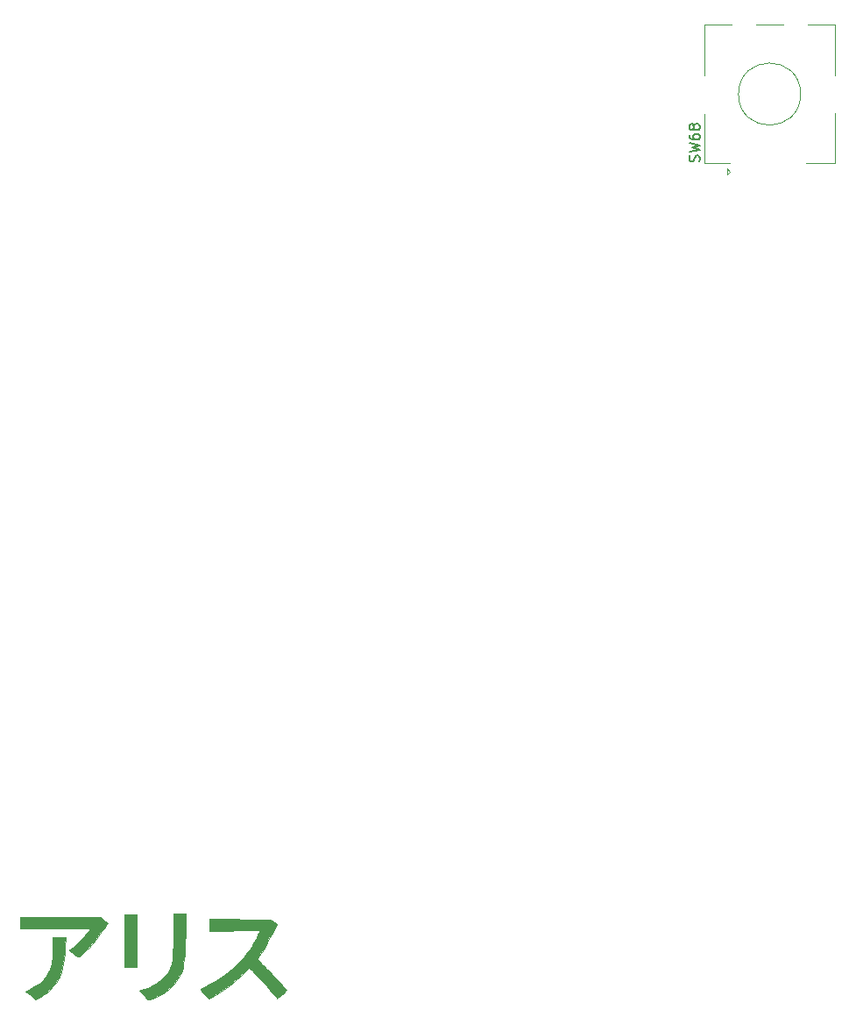
<source format=gto>
G04 #@! TF.GenerationSoftware,KiCad,Pcbnew,(5.1.12)-1*
G04 #@! TF.CreationDate,2022-03-31T17:27:16+05:30*
G04 #@! TF.ProjectId,arisu,61726973-752e-46b6-9963-61645f706362,1.1*
G04 #@! TF.SameCoordinates,Original*
G04 #@! TF.FileFunction,Legend,Top*
G04 #@! TF.FilePolarity,Positive*
%FSLAX46Y46*%
G04 Gerber Fmt 4.6, Leading zero omitted, Abs format (unit mm)*
G04 Created by KiCad (PCBNEW (5.1.12)-1) date 2022-03-31 17:27:16*
%MOMM*%
%LPD*%
G01*
G04 APERTURE LIST*
%ADD10C,0.120000*%
%ADD11C,0.010000*%
%ADD12C,0.150000*%
%ADD13C,1.302000*%
%ADD14C,2.102000*%
%ADD15O,2.602000X3.102000*%
%ADD16C,0.752000*%
%ADD17O,1.102000X2.202000*%
%ADD18O,1.102000X1.702000*%
%ADD19C,3.152000*%
%ADD20C,4.102000*%
%ADD21C,1.802000*%
%ADD22C,2.302000*%
%ADD23C,4.502000*%
G04 APERTURE END LIST*
D10*
X349506800Y-33989200D02*
G75*
G03*
X349506800Y-33989200I-3000000J0D01*
G01*
X340206800Y-32189200D02*
X340206800Y-27289200D01*
X352806800Y-27289200D02*
X352806800Y-32189200D01*
X352806800Y-35789200D02*
X352806800Y-40689200D01*
X352806800Y-40689200D02*
X350006800Y-40689200D01*
X340206800Y-35889200D02*
X340206800Y-40689200D01*
X340206800Y-40689200D02*
X342706800Y-40689200D01*
X342706800Y-41489200D02*
X342406800Y-41789200D01*
X342406800Y-41789200D02*
X342406800Y-41189200D01*
X342406800Y-41189200D02*
X342706800Y-41489200D01*
X340206800Y-27289200D02*
X342806800Y-27289200D01*
X345206800Y-27289200D02*
X347806800Y-27289200D01*
X350206800Y-27289200D02*
X352806800Y-27289200D01*
X346006800Y-33989200D02*
X347006800Y-33989200D01*
X346506800Y-34489200D02*
X346506800Y-33489200D01*
D11*
G36*
X290066873Y-114342151D02*
G01*
X290061469Y-115156259D01*
X290046417Y-115876421D01*
X290021036Y-116509895D01*
X289984647Y-117063938D01*
X289936569Y-117545807D01*
X289876121Y-117962760D01*
X289802625Y-118322055D01*
X289715399Y-118630949D01*
X289647481Y-118816939D01*
X289370698Y-119367599D01*
X289004724Y-119873907D01*
X288553494Y-120332137D01*
X288020940Y-120738567D01*
X287410997Y-121089470D01*
X287091493Y-121237258D01*
X286839750Y-121345468D01*
X286658891Y-121413151D01*
X286524630Y-121435352D01*
X286412684Y-121407118D01*
X286298767Y-121323493D01*
X286158594Y-121179525D01*
X286010458Y-121016725D01*
X285593390Y-120559883D01*
X286022427Y-120429018D01*
X286429986Y-120283210D01*
X286845926Y-120096299D01*
X287237228Y-119885027D01*
X287570873Y-119666134D01*
X287655000Y-119601312D01*
X287909867Y-119366146D01*
X288157653Y-119084612D01*
X288376076Y-118785783D01*
X288542855Y-118498731D01*
X288600164Y-118368051D01*
X288663696Y-118195416D01*
X288716494Y-118035896D01*
X288759551Y-117878130D01*
X288793865Y-117710759D01*
X288820431Y-117522423D01*
X288840246Y-117301763D01*
X288854304Y-117037417D01*
X288863601Y-116718028D01*
X288869134Y-116332234D01*
X288871899Y-115868677D01*
X288872890Y-115315995D01*
X288872930Y-115256555D01*
X288874200Y-113135660D01*
X289471100Y-113135655D01*
X290068000Y-113135651D01*
X290066873Y-114342151D01*
G37*
X290066873Y-114342151D02*
X290061469Y-115156259D01*
X290046417Y-115876421D01*
X290021036Y-116509895D01*
X289984647Y-117063938D01*
X289936569Y-117545807D01*
X289876121Y-117962760D01*
X289802625Y-118322055D01*
X289715399Y-118630949D01*
X289647481Y-118816939D01*
X289370698Y-119367599D01*
X289004724Y-119873907D01*
X288553494Y-120332137D01*
X288020940Y-120738567D01*
X287410997Y-121089470D01*
X287091493Y-121237258D01*
X286839750Y-121345468D01*
X286658891Y-121413151D01*
X286524630Y-121435352D01*
X286412684Y-121407118D01*
X286298767Y-121323493D01*
X286158594Y-121179525D01*
X286010458Y-121016725D01*
X285593390Y-120559883D01*
X286022427Y-120429018D01*
X286429986Y-120283210D01*
X286845926Y-120096299D01*
X287237228Y-119885027D01*
X287570873Y-119666134D01*
X287655000Y-119601312D01*
X287909867Y-119366146D01*
X288157653Y-119084612D01*
X288376076Y-118785783D01*
X288542855Y-118498731D01*
X288600164Y-118368051D01*
X288663696Y-118195416D01*
X288716494Y-118035896D01*
X288759551Y-117878130D01*
X288793865Y-117710759D01*
X288820431Y-117522423D01*
X288840246Y-117301763D01*
X288854304Y-117037417D01*
X288863601Y-116718028D01*
X288869134Y-116332234D01*
X288871899Y-115868677D01*
X288872890Y-115315995D01*
X288872930Y-115256555D01*
X288874200Y-113135660D01*
X289471100Y-113135655D01*
X290068000Y-113135651D01*
X290066873Y-114342151D01*
G36*
X278418169Y-116323351D02*
G01*
X278385804Y-116956990D01*
X278335766Y-117506323D01*
X278264720Y-117987626D01*
X278169327Y-118417177D01*
X278046251Y-118811253D01*
X277892156Y-119186131D01*
X277787201Y-119401279D01*
X277544365Y-119796267D01*
X277227811Y-120193611D01*
X276861302Y-120567032D01*
X276468602Y-120890249D01*
X276391476Y-120944858D01*
X276203526Y-121069428D01*
X276008273Y-121190849D01*
X275827051Y-121296785D01*
X275681194Y-121374897D01*
X275592034Y-121412849D01*
X275579323Y-121414540D01*
X275536573Y-121383868D01*
X275430900Y-121301403D01*
X275278079Y-121179611D01*
X275093883Y-121030961D01*
X275088418Y-121026526D01*
X274612236Y-120640023D01*
X274973567Y-120472658D01*
X275483798Y-120196916D01*
X275943466Y-119869695D01*
X276339036Y-119503136D01*
X276656972Y-119109383D01*
X276837950Y-118800233D01*
X276960065Y-118536147D01*
X277054856Y-118289635D01*
X277125654Y-118041682D01*
X277175792Y-117773270D01*
X277208604Y-117465383D01*
X277227420Y-117099005D01*
X277235573Y-116655119D01*
X277236349Y-116526704D01*
X277241000Y-115421957D01*
X277845892Y-115421804D01*
X278450785Y-115421651D01*
X278418169Y-116323351D01*
G37*
X278418169Y-116323351D02*
X278385804Y-116956990D01*
X278335766Y-117506323D01*
X278264720Y-117987626D01*
X278169327Y-118417177D01*
X278046251Y-118811253D01*
X277892156Y-119186131D01*
X277787201Y-119401279D01*
X277544365Y-119796267D01*
X277227811Y-120193611D01*
X276861302Y-120567032D01*
X276468602Y-120890249D01*
X276391476Y-120944858D01*
X276203526Y-121069428D01*
X276008273Y-121190849D01*
X275827051Y-121296785D01*
X275681194Y-121374897D01*
X275592034Y-121412849D01*
X275579323Y-121414540D01*
X275536573Y-121383868D01*
X275430900Y-121301403D01*
X275278079Y-121179611D01*
X275093883Y-121030961D01*
X275088418Y-121026526D01*
X274612236Y-120640023D01*
X274973567Y-120472658D01*
X275483798Y-120196916D01*
X275943466Y-119869695D01*
X276339036Y-119503136D01*
X276656972Y-119109383D01*
X276837950Y-118800233D01*
X276960065Y-118536147D01*
X277054856Y-118289635D01*
X277125654Y-118041682D01*
X277175792Y-117773270D01*
X277208604Y-117465383D01*
X277227420Y-117099005D01*
X277235573Y-116655119D01*
X277236349Y-116526704D01*
X277241000Y-115421957D01*
X277845892Y-115421804D01*
X278450785Y-115421651D01*
X278418169Y-116323351D01*
G36*
X298296701Y-113687331D02*
G01*
X298594365Y-113896131D01*
X298892030Y-114104931D01*
X298353515Y-115182494D01*
X298173070Y-115534133D01*
X297978295Y-115897539D01*
X297782782Y-116248446D01*
X297600123Y-116562584D01*
X297443912Y-116815687D01*
X297408604Y-116869554D01*
X297262784Y-117088934D01*
X297137956Y-117278026D01*
X297044605Y-117420849D01*
X296993216Y-117501420D01*
X296986824Y-117512491D01*
X297017362Y-117555656D01*
X297111320Y-117659758D01*
X297259212Y-117814973D01*
X297451554Y-118011476D01*
X297678859Y-118239441D01*
X297894183Y-118452291D01*
X298195504Y-118751701D01*
X298494819Y-119055451D01*
X298783588Y-119354295D01*
X299053270Y-119638988D01*
X299295322Y-119900288D01*
X299501204Y-120128949D01*
X299662375Y-120315726D01*
X299770294Y-120451377D01*
X299816419Y-120526655D01*
X299817456Y-120533924D01*
X299779165Y-120584391D01*
X299681178Y-120681940D01*
X299542792Y-120809753D01*
X299383303Y-120951014D01*
X299222008Y-121088909D01*
X299078202Y-121206620D01*
X298971182Y-121287331D01*
X298921809Y-121314451D01*
X298875627Y-121276983D01*
X298778829Y-121173958D01*
X298643908Y-121019444D01*
X298483355Y-120827510D01*
X298414382Y-120742951D01*
X298163492Y-120441587D01*
X297876760Y-120111147D01*
X297570984Y-119769856D01*
X297262960Y-119435942D01*
X296969485Y-119127631D01*
X296707357Y-118863149D01*
X296505885Y-118671997D01*
X296212770Y-118406801D01*
X295616885Y-118984948D01*
X294948975Y-119588319D01*
X294236375Y-120149588D01*
X293502562Y-120651760D01*
X292771010Y-121077838D01*
X292613987Y-121159028D01*
X292319584Y-121307642D01*
X291904992Y-120890885D01*
X291741622Y-120724216D01*
X291608577Y-120583824D01*
X291520127Y-120485093D01*
X291490400Y-120444057D01*
X291533469Y-120412234D01*
X291652038Y-120344752D01*
X291830150Y-120250203D01*
X292051846Y-120137181D01*
X292163500Y-120081634D01*
X292953912Y-119647014D01*
X293724004Y-119137500D01*
X294457269Y-118566876D01*
X295137205Y-117948925D01*
X295747307Y-117297429D01*
X296227506Y-116687584D01*
X296353779Y-116499772D01*
X296497729Y-116266939D01*
X296650166Y-116006164D01*
X296801904Y-115734524D01*
X296943752Y-115469097D01*
X297066521Y-115226963D01*
X297161024Y-115025200D01*
X297218072Y-114880886D01*
X297230800Y-114822838D01*
X297221044Y-114804924D01*
X297186179Y-114790390D01*
X297117809Y-114779064D01*
X297007535Y-114770775D01*
X296846962Y-114765353D01*
X296627691Y-114762626D01*
X296341326Y-114762423D01*
X295979470Y-114764575D01*
X295533726Y-114768909D01*
X294995696Y-114775255D01*
X294932100Y-114776049D01*
X294454788Y-114782754D01*
X294005988Y-114790448D01*
X293596491Y-114798848D01*
X293237088Y-114807666D01*
X292938569Y-114816620D01*
X292711726Y-114825423D01*
X292567349Y-114833791D01*
X292519100Y-114839778D01*
X292470725Y-114851619D01*
X292438385Y-114841336D01*
X292418851Y-114792887D01*
X292408896Y-114690236D01*
X292405290Y-114517342D01*
X292404807Y-114271875D01*
X292404815Y-113669051D01*
X298296701Y-113687331D01*
G37*
X298296701Y-113687331D02*
X298594365Y-113896131D01*
X298892030Y-114104931D01*
X298353515Y-115182494D01*
X298173070Y-115534133D01*
X297978295Y-115897539D01*
X297782782Y-116248446D01*
X297600123Y-116562584D01*
X297443912Y-116815687D01*
X297408604Y-116869554D01*
X297262784Y-117088934D01*
X297137956Y-117278026D01*
X297044605Y-117420849D01*
X296993216Y-117501420D01*
X296986824Y-117512491D01*
X297017362Y-117555656D01*
X297111320Y-117659758D01*
X297259212Y-117814973D01*
X297451554Y-118011476D01*
X297678859Y-118239441D01*
X297894183Y-118452291D01*
X298195504Y-118751701D01*
X298494819Y-119055451D01*
X298783588Y-119354295D01*
X299053270Y-119638988D01*
X299295322Y-119900288D01*
X299501204Y-120128949D01*
X299662375Y-120315726D01*
X299770294Y-120451377D01*
X299816419Y-120526655D01*
X299817456Y-120533924D01*
X299779165Y-120584391D01*
X299681178Y-120681940D01*
X299542792Y-120809753D01*
X299383303Y-120951014D01*
X299222008Y-121088909D01*
X299078202Y-121206620D01*
X298971182Y-121287331D01*
X298921809Y-121314451D01*
X298875627Y-121276983D01*
X298778829Y-121173958D01*
X298643908Y-121019444D01*
X298483355Y-120827510D01*
X298414382Y-120742951D01*
X298163492Y-120441587D01*
X297876760Y-120111147D01*
X297570984Y-119769856D01*
X297262960Y-119435942D01*
X296969485Y-119127631D01*
X296707357Y-118863149D01*
X296505885Y-118671997D01*
X296212770Y-118406801D01*
X295616885Y-118984948D01*
X294948975Y-119588319D01*
X294236375Y-120149588D01*
X293502562Y-120651760D01*
X292771010Y-121077838D01*
X292613987Y-121159028D01*
X292319584Y-121307642D01*
X291904992Y-120890885D01*
X291741622Y-120724216D01*
X291608577Y-120583824D01*
X291520127Y-120485093D01*
X291490400Y-120444057D01*
X291533469Y-120412234D01*
X291652038Y-120344752D01*
X291830150Y-120250203D01*
X292051846Y-120137181D01*
X292163500Y-120081634D01*
X292953912Y-119647014D01*
X293724004Y-119137500D01*
X294457269Y-118566876D01*
X295137205Y-117948925D01*
X295747307Y-117297429D01*
X296227506Y-116687584D01*
X296353779Y-116499772D01*
X296497729Y-116266939D01*
X296650166Y-116006164D01*
X296801904Y-115734524D01*
X296943752Y-115469097D01*
X297066521Y-115226963D01*
X297161024Y-115025200D01*
X297218072Y-114880886D01*
X297230800Y-114822838D01*
X297221044Y-114804924D01*
X297186179Y-114790390D01*
X297117809Y-114779064D01*
X297007535Y-114770775D01*
X296846962Y-114765353D01*
X296627691Y-114762626D01*
X296341326Y-114762423D01*
X295979470Y-114764575D01*
X295533726Y-114768909D01*
X294995696Y-114775255D01*
X294932100Y-114776049D01*
X294454788Y-114782754D01*
X294005988Y-114790448D01*
X293596491Y-114798848D01*
X293237088Y-114807666D01*
X292938569Y-114816620D01*
X292711726Y-114825423D01*
X292567349Y-114833791D01*
X292519100Y-114839778D01*
X292470725Y-114851619D01*
X292438385Y-114841336D01*
X292418851Y-114792887D01*
X292408896Y-114690236D01*
X292405290Y-114517342D01*
X292404807Y-114271875D01*
X292404815Y-113669051D01*
X298296701Y-113687331D01*
G36*
X285369000Y-118266451D02*
G01*
X284784800Y-118266452D01*
X284200600Y-118266454D01*
X284200600Y-113237254D01*
X284784800Y-113237252D01*
X285369000Y-113237251D01*
X285369000Y-118266451D01*
G37*
X285369000Y-118266451D02*
X284784800Y-118266452D01*
X284200600Y-118266454D01*
X284200600Y-113237254D01*
X284784800Y-113237252D01*
X285369000Y-113237251D01*
X285369000Y-118266451D01*
G36*
X278015690Y-113474821D02*
G01*
X281914600Y-113483792D01*
X282231967Y-113772478D01*
X282549335Y-114061164D01*
X282405208Y-114246107D01*
X282313405Y-114370479D01*
X282186981Y-114550323D01*
X282046663Y-114755910D01*
X281975265Y-114862851D01*
X281470164Y-115566094D01*
X280920223Y-116211282D01*
X280739149Y-116402199D01*
X280514942Y-116626113D01*
X280292309Y-116835915D01*
X280084937Y-117019900D01*
X279906513Y-117166362D01*
X279770726Y-117263595D01*
X279691264Y-117299893D01*
X279689462Y-117299912D01*
X279626068Y-117269072D01*
X279504772Y-117187160D01*
X279345630Y-117068252D01*
X279237108Y-116982412D01*
X279071163Y-116845761D01*
X278939628Y-116732433D01*
X278859637Y-116657481D01*
X278843408Y-116636594D01*
X278881084Y-116595460D01*
X278982205Y-116515421D01*
X279125323Y-116413392D01*
X279133230Y-116407994D01*
X279336920Y-116252008D01*
X279581849Y-116037970D01*
X279847033Y-115786912D01*
X280111490Y-115519863D01*
X280354236Y-115257853D01*
X280554288Y-115021912D01*
X280664928Y-114872875D01*
X280880619Y-114552700D01*
X277498692Y-114568075D01*
X274116765Y-114583451D01*
X274116772Y-114024651D01*
X274116780Y-113465851D01*
X278015690Y-113474821D01*
G37*
X278015690Y-113474821D02*
X281914600Y-113483792D01*
X282231967Y-113772478D01*
X282549335Y-114061164D01*
X282405208Y-114246107D01*
X282313405Y-114370479D01*
X282186981Y-114550323D01*
X282046663Y-114755910D01*
X281975265Y-114862851D01*
X281470164Y-115566094D01*
X280920223Y-116211282D01*
X280739149Y-116402199D01*
X280514942Y-116626113D01*
X280292309Y-116835915D01*
X280084937Y-117019900D01*
X279906513Y-117166362D01*
X279770726Y-117263595D01*
X279691264Y-117299893D01*
X279689462Y-117299912D01*
X279626068Y-117269072D01*
X279504772Y-117187160D01*
X279345630Y-117068252D01*
X279237108Y-116982412D01*
X279071163Y-116845761D01*
X278939628Y-116732433D01*
X278859637Y-116657481D01*
X278843408Y-116636594D01*
X278881084Y-116595460D01*
X278982205Y-116515421D01*
X279125323Y-116413392D01*
X279133230Y-116407994D01*
X279336920Y-116252008D01*
X279581849Y-116037970D01*
X279847033Y-115786912D01*
X280111490Y-115519863D01*
X280354236Y-115257853D01*
X280554288Y-115021912D01*
X280664928Y-114872875D01*
X280880619Y-114552700D01*
X277498692Y-114568075D01*
X274116765Y-114583451D01*
X274116772Y-114024651D01*
X274116780Y-113465851D01*
X278015690Y-113474821D01*
D12*
X339711561Y-40498723D02*
X339759180Y-40355866D01*
X339759180Y-40117771D01*
X339711561Y-40022533D01*
X339663942Y-39974914D01*
X339568704Y-39927295D01*
X339473466Y-39927295D01*
X339378228Y-39974914D01*
X339330609Y-40022533D01*
X339282990Y-40117771D01*
X339235371Y-40308247D01*
X339187752Y-40403485D01*
X339140133Y-40451104D01*
X339044895Y-40498723D01*
X338949657Y-40498723D01*
X338854419Y-40451104D01*
X338806800Y-40403485D01*
X338759180Y-40308247D01*
X338759180Y-40070152D01*
X338806800Y-39927295D01*
X338759180Y-39593961D02*
X339759180Y-39355866D01*
X339044895Y-39165390D01*
X339759180Y-38974914D01*
X338759180Y-38736819D01*
X338759180Y-37927295D02*
X338759180Y-38117771D01*
X338806800Y-38213009D01*
X338854419Y-38260628D01*
X338997276Y-38355866D01*
X339187752Y-38403485D01*
X339568704Y-38403485D01*
X339663942Y-38355866D01*
X339711561Y-38308247D01*
X339759180Y-38213009D01*
X339759180Y-38022533D01*
X339711561Y-37927295D01*
X339663942Y-37879676D01*
X339568704Y-37832057D01*
X339330609Y-37832057D01*
X339235371Y-37879676D01*
X339187752Y-37927295D01*
X339140133Y-38022533D01*
X339140133Y-38213009D01*
X339187752Y-38308247D01*
X339235371Y-38355866D01*
X339330609Y-38403485D01*
X339187752Y-37260628D02*
X339140133Y-37355866D01*
X339092514Y-37403485D01*
X338997276Y-37451104D01*
X338949657Y-37451104D01*
X338854419Y-37403485D01*
X338806800Y-37355866D01*
X338759180Y-37260628D01*
X338759180Y-37070152D01*
X338806800Y-36974914D01*
X338854419Y-36927295D01*
X338949657Y-36879676D01*
X338997276Y-36879676D01*
X339092514Y-36927295D01*
X339140133Y-36974914D01*
X339187752Y-37070152D01*
X339187752Y-37260628D01*
X339235371Y-37355866D01*
X339282990Y-37403485D01*
X339378228Y-37451104D01*
X339568704Y-37451104D01*
X339663942Y-37403485D01*
X339711561Y-37355866D01*
X339759180Y-37260628D01*
X339759180Y-37070152D01*
X339711561Y-36974914D01*
X339663942Y-36927295D01*
X339568704Y-36879676D01*
X339378228Y-36879676D01*
X339282990Y-36927295D01*
X339235371Y-36974914D01*
X339187752Y-37070152D01*
%LPC*%
D13*
X175564800Y-42164000D03*
G36*
G01*
X345006800Y-42540200D02*
X343006800Y-42540200D01*
G75*
G02*
X342955800Y-42489200I0J51000D01*
G01*
X342955800Y-40489200D01*
G75*
G02*
X343006800Y-40438200I51000J0D01*
G01*
X345006800Y-40438200D01*
G75*
G02*
X345057800Y-40489200I0J-51000D01*
G01*
X345057800Y-42489200D01*
G75*
G02*
X345006800Y-42540200I-51000J0D01*
G01*
G37*
D14*
X346506800Y-41489200D03*
X349006800Y-41489200D03*
D15*
X340906800Y-33989200D03*
X352106800Y-33989200D03*
D14*
X344006800Y-26989200D03*
X349006800Y-26989200D03*
D16*
X171181280Y-29084600D03*
D17*
X169751280Y-29614600D03*
D18*
X169751280Y-25434600D03*
X178391280Y-25434600D03*
D17*
X178391280Y-29614600D03*
D16*
X176961280Y-29084600D03*
D19*
X331156250Y-83820000D03*
X307356250Y-83820000D03*
D20*
X307356250Y-68580000D03*
X331156250Y-68580000D03*
D21*
X324336250Y-76820000D03*
X314176250Y-76820000D03*
D20*
X319256250Y-76820000D03*
D22*
X315446250Y-74280000D03*
X321796250Y-71740000D03*
D19*
X225514604Y-130744422D03*
X202234691Y-135692720D03*
D20*
X199066117Y-120785751D03*
X222346030Y-115837453D03*
D21*
X217388255Y-125315347D03*
X207450276Y-127427729D03*
D20*
X212419266Y-126371538D03*
D22*
X208164428Y-124679187D03*
X213847569Y-120874453D03*
D19*
X141797364Y-134208124D03*
X118517451Y-129259826D03*
D20*
X121686025Y-114352856D03*
X144965938Y-119301154D03*
D21*
X136581779Y-125943133D03*
X126643799Y-123830750D03*
D20*
X131612789Y-124886942D03*
D22*
X128414142Y-121610303D03*
X135153475Y-120446047D03*
D19*
X58743750Y-88870000D03*
X34943750Y-88870000D03*
D20*
X34943750Y-104110000D03*
X58743750Y-104110000D03*
D21*
X51923750Y-95870000D03*
X41763750Y-95870000D03*
D20*
X46843750Y-95870000D03*
D22*
X43033750Y-93330000D03*
X49383750Y-90790000D03*
D21*
X51336250Y-76820000D03*
X41176250Y-76820000D03*
D20*
X46256250Y-76820000D03*
D22*
X42446250Y-74280000D03*
X48796250Y-71740000D03*
D21*
X310048769Y-95869998D03*
X299888769Y-95869998D03*
D20*
X304968769Y-95869998D03*
D22*
X301158769Y-93329998D03*
X307508769Y-90789998D03*
D21*
X53020000Y-57770000D03*
X42860000Y-57770000D03*
D20*
X47940000Y-57770000D03*
D22*
X44130000Y-55230000D03*
X50480000Y-52690000D03*
D21*
X44790000Y-114920000D03*
X34630000Y-114920000D03*
D20*
X39710000Y-114920000D03*
D22*
X35900000Y-112380000D03*
X42250000Y-109840000D03*
D21*
X103972788Y-119011881D03*
X94034808Y-116899498D03*
D20*
X99003798Y-117955689D03*
D22*
X95805151Y-114679051D03*
X102544484Y-113514795D03*
D21*
X256984892Y-116898834D03*
X247046912Y-119011217D03*
D20*
X252015902Y-117955026D03*
D22*
X247761064Y-116262674D03*
X253444205Y-112457940D03*
D21*
X327210000Y-57770000D03*
X317050000Y-57770000D03*
D20*
X322130000Y-57770000D03*
D22*
X318320000Y-55230000D03*
X324670000Y-52690000D03*
X49880000Y-33640000D03*
X43530000Y-36180000D03*
D20*
X47340000Y-38720000D03*
D21*
X42260000Y-38720000D03*
X52420000Y-38720000D03*
D22*
X68930000Y-33640000D03*
X62580000Y-36180000D03*
D20*
X66390000Y-38720000D03*
D21*
X61310000Y-38720000D03*
X71470000Y-38720000D03*
D22*
X74290000Y-52690000D03*
X67940000Y-55230000D03*
D20*
X71750000Y-57770000D03*
D21*
X66670000Y-57770000D03*
X76830000Y-57770000D03*
D22*
X74990000Y-71740000D03*
X68640000Y-74280000D03*
D20*
X72450000Y-76820000D03*
D21*
X67370000Y-76820000D03*
X77530000Y-76820000D03*
D22*
X80340000Y-90790000D03*
X73990000Y-93330000D03*
D20*
X77800000Y-95870000D03*
D21*
X72720000Y-95870000D03*
X82880000Y-95870000D03*
D22*
X87980000Y-32139615D03*
X81630000Y-34679615D03*
D20*
X85440000Y-37219615D03*
D21*
X80360000Y-37219615D03*
X90520000Y-37219615D03*
D22*
X95793034Y-53652945D03*
X89053701Y-54817200D03*
D20*
X92252348Y-58093839D03*
D21*
X87283358Y-57037647D03*
X97221338Y-59150030D03*
D22*
X96490701Y-73276838D03*
X89751368Y-74441093D03*
D20*
X92950015Y-77717732D03*
D21*
X87981025Y-76661540D03*
X97919005Y-78773923D03*
D22*
X101846783Y-93890907D03*
X95107450Y-95055162D03*
D20*
X98306097Y-98331801D03*
D21*
X93337107Y-97275609D03*
X103275087Y-99387992D03*
D22*
X109070692Y-36999602D03*
X102331359Y-38163857D03*
D20*
X105530006Y-41440496D03*
D21*
X100561016Y-40384304D03*
X110498996Y-42496687D03*
D22*
X114426744Y-57613671D03*
X107687411Y-58777926D03*
D20*
X110886058Y-62054565D03*
D21*
X105917068Y-60998373D03*
X115855048Y-63110756D03*
D22*
X115124411Y-77237565D03*
X108385078Y-78401820D03*
D20*
X111583725Y-81678459D03*
D21*
X106614735Y-80622267D03*
X116552715Y-82734650D03*
D22*
X120480493Y-97851633D03*
X113741160Y-99015888D03*
D20*
X116939807Y-102292527D03*
D21*
X111970817Y-101236335D03*
X121908797Y-103348718D03*
D22*
X127704403Y-40960320D03*
X120965070Y-42124575D03*
D20*
X124163717Y-45401214D03*
D21*
X119194727Y-44345022D03*
X129132707Y-46457405D03*
D22*
X133060454Y-61574398D03*
X126321121Y-62738653D03*
D20*
X129519768Y-66015292D03*
D21*
X124550778Y-64959100D03*
X134488758Y-67071483D03*
D22*
X133758121Y-81198292D03*
X127018788Y-82362547D03*
D20*
X130217435Y-85639186D03*
D21*
X125248445Y-84582994D03*
X135186425Y-86695377D03*
D22*
X139114202Y-101812360D03*
X132374869Y-102976615D03*
D20*
X135573516Y-106253254D03*
D21*
X130604526Y-105197062D03*
X140542506Y-107309445D03*
D22*
X146338115Y-44921038D03*
X139598782Y-46085293D03*
D20*
X142797429Y-49361932D03*
D21*
X137828439Y-48305740D03*
X147766419Y-50418123D03*
D22*
X151694164Y-65535125D03*
X144954831Y-66699380D03*
D20*
X148153478Y-69976019D03*
D21*
X143184488Y-68919827D03*
X153122468Y-71032210D03*
D22*
X152391831Y-85159019D03*
X145652498Y-86323274D03*
D20*
X148851145Y-89599913D03*
D21*
X143882155Y-88543721D03*
X153820135Y-90656104D03*
D22*
X157747912Y-105773087D03*
X151008579Y-106937342D03*
D20*
X154207226Y-110213981D03*
D21*
X149238236Y-109157789D03*
X159176216Y-111270172D03*
D22*
X163104049Y-126387116D03*
X156364716Y-127551371D03*
D20*
X159563363Y-130828010D03*
D21*
X154594373Y-129771818D03*
X164532353Y-131884201D03*
D22*
X164971827Y-48881755D03*
X158232494Y-50046010D03*
D20*
X161431141Y-53322649D03*
D21*
X156462151Y-52266457D03*
X166400131Y-54378840D03*
D22*
X185660941Y-68438939D03*
X179977800Y-72243673D03*
D20*
X184232638Y-73936024D03*
D21*
X179263648Y-74992215D03*
X189201628Y-72879833D03*
D22*
X194280062Y-86082491D03*
X188596921Y-89887225D03*
D20*
X192851759Y-91579576D03*
D21*
X187882769Y-92635767D03*
X197820749Y-90523385D03*
D22*
X202899183Y-103726043D03*
X197216042Y-107530777D03*
D20*
X201470880Y-109223128D03*
D21*
X196501890Y-110279319D03*
X206439870Y-108166937D03*
D22*
X191017168Y-47824840D03*
X185334027Y-51629574D03*
D20*
X189588865Y-53321925D03*
D21*
X184619875Y-54378116D03*
X194557855Y-52265734D03*
D22*
X204294652Y-64478221D03*
X198611511Y-68282955D03*
D20*
X202866349Y-69975306D03*
D21*
X197897359Y-71031497D03*
X207835339Y-68919115D03*
D22*
X212913773Y-82121773D03*
X207230632Y-85926507D03*
D20*
X211485470Y-87618858D03*
D21*
X206516480Y-88675049D03*
X216454460Y-86562667D03*
D22*
X221532895Y-99765325D03*
X215849754Y-103570059D03*
D20*
X220104592Y-105262410D03*
D21*
X215135602Y-106318601D03*
X225073582Y-104206219D03*
D22*
X209650880Y-43864122D03*
X203967739Y-47668856D03*
D20*
X208222577Y-49361207D03*
D21*
X203253587Y-50417398D03*
X213191567Y-48305016D03*
D22*
X222928364Y-60517504D03*
X217245223Y-64322238D03*
D20*
X221500061Y-66014589D03*
D21*
X216531071Y-67070780D03*
X226469051Y-64958398D03*
D22*
X231547485Y-78161056D03*
X225864344Y-81965790D03*
D20*
X230119182Y-83658141D03*
D21*
X225150192Y-84714332D03*
X235088172Y-82601950D03*
D22*
X240166606Y-95804608D03*
X234483465Y-99609342D03*
D20*
X238738303Y-101301693D03*
D21*
X233769313Y-102357884D03*
X243707293Y-100245502D03*
D22*
X228284592Y-39903405D03*
X222601451Y-43708139D03*
D20*
X226856289Y-45400490D03*
D21*
X221887299Y-46456681D03*
X231825279Y-44344299D03*
D22*
X241562076Y-56556786D03*
X235878935Y-60361520D03*
D20*
X240133773Y-62053871D03*
D21*
X235164783Y-63110062D03*
X245102763Y-60997680D03*
D22*
X250181197Y-74200338D03*
X244498056Y-78005072D03*
D20*
X248752894Y-79697423D03*
D21*
X243783904Y-80753614D03*
X253721884Y-78641232D03*
D22*
X258800318Y-91843890D03*
X253117177Y-95648624D03*
D20*
X257372015Y-97340975D03*
D21*
X252403025Y-98397166D03*
X262341005Y-96284784D03*
D22*
X246918303Y-35942687D03*
X241235162Y-39747421D03*
D20*
X245490000Y-41439772D03*
D21*
X240521010Y-42495963D03*
X250458990Y-40383581D03*
D22*
X260195788Y-52596068D03*
X254512647Y-56400802D03*
D20*
X258767485Y-58093153D03*
D21*
X253798495Y-59149344D03*
X263736475Y-57036962D03*
D22*
X271790000Y-71740000D03*
X265440000Y-74280000D03*
D20*
X269250000Y-76820000D03*
D21*
X264170000Y-76820000D03*
X274330000Y-76820000D03*
D22*
X281315019Y-90789998D03*
X274965019Y-93329998D03*
D20*
X278775019Y-95869998D03*
D21*
X273695019Y-95869998D03*
X283855019Y-95869998D03*
D22*
X268110000Y-32139615D03*
X261760000Y-34679615D03*
D20*
X265570000Y-37219615D03*
D21*
X260490000Y-37219615D03*
X270650000Y-37219615D03*
D22*
X281800000Y-52690000D03*
X275450000Y-55230000D03*
D20*
X279260000Y-57770000D03*
D21*
X274180000Y-57770000D03*
X284340000Y-57770000D03*
D22*
X290840000Y-71740000D03*
X284490000Y-74280000D03*
D20*
X288300000Y-76820000D03*
D21*
X283220000Y-76820000D03*
X293380000Y-76820000D03*
D22*
X287160000Y-33640000D03*
X280810000Y-36180000D03*
D20*
X284620000Y-38720000D03*
D21*
X279540000Y-38720000D03*
X289700000Y-38720000D03*
D22*
X300850000Y-52690000D03*
X294500000Y-55230000D03*
D20*
X298310000Y-57770000D03*
D21*
X293230000Y-57770000D03*
X303390000Y-57770000D03*
D22*
X319414949Y-114602503D03*
X313064949Y-117142503D03*
D20*
X316874949Y-119682503D03*
D21*
X311794949Y-119682503D03*
X321954949Y-119682503D03*
D22*
X306210000Y-33640000D03*
X299860000Y-36180000D03*
D20*
X303670000Y-38720000D03*
D21*
X298590000Y-38720000D03*
X308750000Y-38720000D03*
D22*
X338464949Y-95552503D03*
X332114949Y-98092503D03*
D20*
X335924949Y-100632503D03*
D21*
X330844949Y-100632503D03*
X341004949Y-100632503D03*
D22*
X338464949Y-114602503D03*
X332114949Y-117142503D03*
D20*
X335924949Y-119682503D03*
D21*
X330844949Y-119682503D03*
X341004949Y-119682503D03*
D22*
X325260000Y-33640000D03*
X318910000Y-36180000D03*
D20*
X322720000Y-38720000D03*
D21*
X317640000Y-38720000D03*
X327800000Y-38720000D03*
D22*
X349072542Y-28877509D03*
X342722542Y-31417509D03*
D20*
X346532542Y-33957509D03*
D21*
X341452542Y-33957509D03*
X351612542Y-33957509D03*
D22*
X353245000Y-47927516D03*
X346895000Y-50467516D03*
D20*
X350705000Y-53007516D03*
D21*
X345625000Y-53007516D03*
X355785000Y-53007516D03*
D22*
X357514949Y-66977519D03*
X351164949Y-69517519D03*
D20*
X354974949Y-72057519D03*
D21*
X349894949Y-72057519D03*
X360054949Y-72057519D03*
D22*
X357514949Y-114602503D03*
X351164949Y-117142503D03*
D20*
X354974949Y-119682503D03*
D21*
X349894949Y-119682503D03*
X360054949Y-119682503D03*
D23*
X236982000Y-113944400D03*
X345449949Y-110157503D03*
G36*
G01*
X219825000Y-27266000D02*
X219825000Y-25566000D01*
G75*
G02*
X219876000Y-25515000I51000J0D01*
G01*
X221576000Y-25515000D01*
G75*
G02*
X221627000Y-25566000I0J-51000D01*
G01*
X221627000Y-27266000D01*
G75*
G02*
X221576000Y-27317000I-51000J0D01*
G01*
X219876000Y-27317000D01*
G75*
G02*
X219825000Y-27266000I0J51000D01*
G01*
G37*
G36*
G01*
X217285000Y-27266000D02*
X217285000Y-25566000D01*
G75*
G02*
X217336000Y-25515000I51000J0D01*
G01*
X219036000Y-25515000D01*
G75*
G02*
X219087000Y-25566000I0J-51000D01*
G01*
X219087000Y-27266000D01*
G75*
G02*
X219036000Y-27317000I-51000J0D01*
G01*
X217336000Y-27317000D01*
G75*
G02*
X217285000Y-27266000I0J51000D01*
G01*
G37*
G36*
G01*
X214745000Y-27266000D02*
X214745000Y-25566000D01*
G75*
G02*
X214796000Y-25515000I51000J0D01*
G01*
X216496000Y-25515000D01*
G75*
G02*
X216547000Y-25566000I0J-51000D01*
G01*
X216547000Y-27266000D01*
G75*
G02*
X216496000Y-27317000I-51000J0D01*
G01*
X214796000Y-27317000D01*
G75*
G02*
X214745000Y-27266000I0J51000D01*
G01*
G37*
G36*
G01*
X212205000Y-27266000D02*
X212205000Y-25566000D01*
G75*
G02*
X212256000Y-25515000I51000J0D01*
G01*
X213956000Y-25515000D01*
G75*
G02*
X214007000Y-25566000I0J-51000D01*
G01*
X214007000Y-27266000D01*
G75*
G02*
X213956000Y-27317000I-51000J0D01*
G01*
X212256000Y-27317000D01*
G75*
G02*
X212205000Y-27266000I0J51000D01*
G01*
G37*
G36*
G01*
X209665000Y-27266000D02*
X209665000Y-25566000D01*
G75*
G02*
X209716000Y-25515000I51000J0D01*
G01*
X211416000Y-25515000D01*
G75*
G02*
X211467000Y-25566000I0J-51000D01*
G01*
X211467000Y-27266000D01*
G75*
G02*
X211416000Y-27317000I-51000J0D01*
G01*
X209716000Y-27317000D01*
G75*
G02*
X209665000Y-27266000I0J51000D01*
G01*
G37*
G36*
G01*
X207125000Y-27266000D02*
X207125000Y-25566000D01*
G75*
G02*
X207176000Y-25515000I51000J0D01*
G01*
X208876000Y-25515000D01*
G75*
G02*
X208927000Y-25566000I0J-51000D01*
G01*
X208927000Y-27266000D01*
G75*
G02*
X208876000Y-27317000I-51000J0D01*
G01*
X207176000Y-27317000D01*
G75*
G02*
X207125000Y-27266000I0J51000D01*
G01*
G37*
G36*
G01*
X140323000Y-27266000D02*
X140323000Y-25566000D01*
G75*
G02*
X140374000Y-25515000I51000J0D01*
G01*
X142074000Y-25515000D01*
G75*
G02*
X142125000Y-25566000I0J-51000D01*
G01*
X142125000Y-27266000D01*
G75*
G02*
X142074000Y-27317000I-51000J0D01*
G01*
X140374000Y-27317000D01*
G75*
G02*
X140323000Y-27266000I0J51000D01*
G01*
G37*
G36*
G01*
X150483000Y-27266000D02*
X150483000Y-25566000D01*
G75*
G02*
X150534000Y-25515000I51000J0D01*
G01*
X152234000Y-25515000D01*
G75*
G02*
X152285000Y-25566000I0J-51000D01*
G01*
X152285000Y-27266000D01*
G75*
G02*
X152234000Y-27317000I-51000J0D01*
G01*
X150534000Y-27317000D01*
G75*
G02*
X150483000Y-27266000I0J51000D01*
G01*
G37*
G36*
G01*
X145403000Y-27266000D02*
X145403000Y-25566000D01*
G75*
G02*
X145454000Y-25515000I51000J0D01*
G01*
X147154000Y-25515000D01*
G75*
G02*
X147205000Y-25566000I0J-51000D01*
G01*
X147205000Y-27266000D01*
G75*
G02*
X147154000Y-27317000I-51000J0D01*
G01*
X145454000Y-27317000D01*
G75*
G02*
X145403000Y-27266000I0J51000D01*
G01*
G37*
G36*
G01*
X147943000Y-27266000D02*
X147943000Y-25566000D01*
G75*
G02*
X147994000Y-25515000I51000J0D01*
G01*
X149694000Y-25515000D01*
G75*
G02*
X149745000Y-25566000I0J-51000D01*
G01*
X149745000Y-27266000D01*
G75*
G02*
X149694000Y-27317000I-51000J0D01*
G01*
X147994000Y-27317000D01*
G75*
G02*
X147943000Y-27266000I0J51000D01*
G01*
G37*
G36*
G01*
X142863000Y-27266000D02*
X142863000Y-25566000D01*
G75*
G02*
X142914000Y-25515000I51000J0D01*
G01*
X144614000Y-25515000D01*
G75*
G02*
X144665000Y-25566000I0J-51000D01*
G01*
X144665000Y-27266000D01*
G75*
G02*
X144614000Y-27317000I-51000J0D01*
G01*
X142914000Y-27317000D01*
G75*
G02*
X142863000Y-27266000I0J51000D01*
G01*
G37*
X56865000Y-48245000D03*
X51197500Y-114920000D03*
X117932200Y-28524200D03*
X113157000Y-112781080D03*
X229192785Y-27932509D03*
X336194400Y-44805600D03*
M02*

</source>
